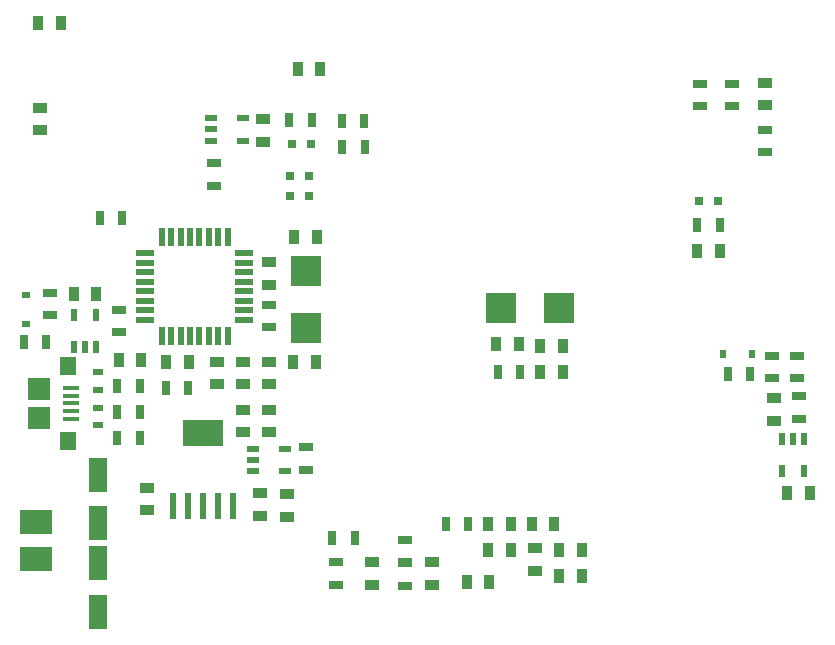
<source format=gtp>
G04*
G04 #@! TF.GenerationSoftware,Altium Limited,Altium Designer,20.1.10 (176)*
G04*
G04 Layer_Color=8421504*
%FSLAX44Y44*%
%MOMM*%
G71*
G04*
G04 #@! TF.SameCoordinates,B75F8173-0FE2-46D9-B41C-7FCB152435E8*
G04*
G04*
G04 #@! TF.FilePolarity,Positive*
G04*
G01*
G75*
%ADD15R,0.6858X0.5588*%
%ADD16R,0.5588X0.6858*%
%ADD17R,1.3000X0.7000*%
%ADD18R,0.7000X1.3000*%
%ADD19R,1.3000X0.9000*%
%ADD20R,0.9000X1.3000*%
%ADD21R,0.6000X2.2000*%
%ADD22R,3.5000X2.2000*%
%ADD23R,2.5000X2.6000*%
%ADD24R,2.6000X2.5000*%
%ADD25R,1.0000X0.5500*%
%ADD26R,0.5500X1.0000*%
%ADD27R,1.6000X3.0000*%
%ADD28R,2.7000X2.0000*%
%ADD29R,0.8000X0.8000*%
%ADD30R,1.3500X0.4000*%
%ADD31R,1.9000X1.9000*%
%ADD32R,1.4000X1.6000*%
%ADD33R,1.5000X0.5500*%
%ADD34R,0.5500X1.5000*%
%ADD35R,0.9000X0.6000*%
D15*
X11250Y268558D02*
D03*
Y292942D02*
D03*
D16*
X601366Y242750D02*
D03*
X625750D02*
D03*
D17*
X170500Y385500D02*
D03*
Y404500D02*
D03*
X90000Y261500D02*
D03*
Y280500D02*
D03*
X217000Y265500D02*
D03*
Y284500D02*
D03*
X609000Y471500D02*
D03*
Y452500D02*
D03*
X582000D02*
D03*
Y471500D02*
D03*
X637000Y432500D02*
D03*
Y413500D02*
D03*
X665500Y207250D02*
D03*
Y188250D02*
D03*
X31250Y275500D02*
D03*
Y294500D02*
D03*
X664000Y222500D02*
D03*
Y241500D02*
D03*
X274000Y66500D02*
D03*
Y47500D02*
D03*
X248250Y163750D02*
D03*
Y144750D02*
D03*
X642750Y222500D02*
D03*
Y241500D02*
D03*
X332000Y85500D02*
D03*
Y66500D02*
D03*
Y46500D02*
D03*
Y65500D02*
D03*
D18*
X297750Y440500D02*
D03*
X278750D02*
D03*
X279000Y418500D02*
D03*
X298000D02*
D03*
X92500Y358000D02*
D03*
X73500D02*
D03*
X107500Y216000D02*
D03*
X88500D02*
D03*
Y194000D02*
D03*
X107500D02*
D03*
Y172000D02*
D03*
X88500D02*
D03*
X385500Y99000D02*
D03*
X366500D02*
D03*
X624250Y225750D02*
D03*
X605250D02*
D03*
X253000Y441000D02*
D03*
X234000D02*
D03*
X410500Y228000D02*
D03*
X429500D02*
D03*
X598500Y352000D02*
D03*
X579500D02*
D03*
X9500Y253250D02*
D03*
X28500D02*
D03*
X289500Y87000D02*
D03*
X270500D02*
D03*
X148500Y214000D02*
D03*
X129500D02*
D03*
D19*
X114000Y129500D02*
D03*
Y110500D02*
D03*
X209000Y125000D02*
D03*
Y106000D02*
D03*
X217000Y236500D02*
D03*
Y217500D02*
D03*
Y320500D02*
D03*
Y301500D02*
D03*
X173000Y217500D02*
D03*
Y236500D02*
D03*
X23000Y451500D02*
D03*
Y432500D02*
D03*
X637000Y453500D02*
D03*
Y472500D02*
D03*
X304000Y66500D02*
D03*
Y47500D02*
D03*
X355000Y66500D02*
D03*
Y47500D02*
D03*
X212000Y441500D02*
D03*
Y422500D02*
D03*
X217250Y195750D02*
D03*
Y176750D02*
D03*
X644250Y186500D02*
D03*
Y205500D02*
D03*
X232000Y124250D02*
D03*
Y105250D02*
D03*
X442000Y59500D02*
D03*
Y78500D02*
D03*
X195000Y217500D02*
D03*
Y236500D02*
D03*
X194750Y176750D02*
D03*
Y195750D02*
D03*
D20*
X462500Y77000D02*
D03*
X481500D02*
D03*
X260500Y484000D02*
D03*
X241500D02*
D03*
X402500Y77000D02*
D03*
X421500D02*
D03*
X598500Y330000D02*
D03*
X579500D02*
D03*
X149000Y236000D02*
D03*
X130000D02*
D03*
X257500Y342000D02*
D03*
X238500D02*
D03*
X256500Y236000D02*
D03*
X237500D02*
D03*
X403500Y50000D02*
D03*
X384500D02*
D03*
X40500Y523000D02*
D03*
X21500D02*
D03*
X446500Y228000D02*
D03*
X465500D02*
D03*
X402500Y99000D02*
D03*
X421500D02*
D03*
X458500D02*
D03*
X439500D02*
D03*
X409500Y251000D02*
D03*
X428500D02*
D03*
X465500Y250000D02*
D03*
X446500D02*
D03*
X674750Y125500D02*
D03*
X655750D02*
D03*
X70500Y294000D02*
D03*
X51500D02*
D03*
X108500Y238000D02*
D03*
X89500D02*
D03*
X462500Y55000D02*
D03*
X481500D02*
D03*
D21*
X135600Y114000D02*
D03*
X148300D02*
D03*
X161000D02*
D03*
X173700D02*
D03*
X186400D02*
D03*
D22*
X161000Y176000D02*
D03*
D23*
X462500Y282000D02*
D03*
X413500D02*
D03*
D24*
X248000Y264500D02*
D03*
Y313500D02*
D03*
D25*
X167500Y442500D02*
D03*
Y433000D02*
D03*
Y423500D02*
D03*
X194500Y442500D02*
D03*
Y423500D02*
D03*
X203500Y162500D02*
D03*
Y153000D02*
D03*
Y143500D02*
D03*
X230500Y162500D02*
D03*
Y143500D02*
D03*
D26*
X51500Y249000D02*
D03*
X61000D02*
D03*
X70500D02*
D03*
X51500Y276000D02*
D03*
X70500D02*
D03*
X670000Y170750D02*
D03*
X660500D02*
D03*
X651000D02*
D03*
X670000Y143750D02*
D03*
X651000D02*
D03*
D27*
X72000Y140500D02*
D03*
Y99500D02*
D03*
Y65500D02*
D03*
Y24500D02*
D03*
D28*
X20000Y69000D02*
D03*
Y101000D02*
D03*
D29*
X597000Y372000D02*
D03*
X581000D02*
D03*
X252500Y420500D02*
D03*
X236500D02*
D03*
X251000Y394000D02*
D03*
X235000D02*
D03*
X251000Y377000D02*
D03*
X235000D02*
D03*
D30*
X49245Y201000D02*
D03*
Y188000D02*
D03*
Y194500D02*
D03*
Y207500D02*
D03*
Y214000D02*
D03*
D31*
X22495Y213000D02*
D03*
Y189000D02*
D03*
D32*
X46995Y169000D02*
D03*
Y233000D02*
D03*
D33*
X196000Y272000D02*
D03*
Y280000D02*
D03*
Y288000D02*
D03*
Y296000D02*
D03*
Y304000D02*
D03*
Y312000D02*
D03*
Y320000D02*
D03*
Y328000D02*
D03*
X112000D02*
D03*
Y320000D02*
D03*
Y312000D02*
D03*
Y304000D02*
D03*
Y296000D02*
D03*
Y288000D02*
D03*
Y280000D02*
D03*
Y272000D02*
D03*
D34*
X182000Y342000D02*
D03*
X174000D02*
D03*
X166000D02*
D03*
X158000D02*
D03*
X150000D02*
D03*
X142000D02*
D03*
X134000D02*
D03*
X126000D02*
D03*
Y258000D02*
D03*
X134000D02*
D03*
X142000D02*
D03*
X150000D02*
D03*
X158000D02*
D03*
X166000D02*
D03*
X174000D02*
D03*
X182000D02*
D03*
D35*
X72000Y227500D02*
D03*
Y212500D02*
D03*
Y182500D02*
D03*
Y197500D02*
D03*
M02*

</source>
